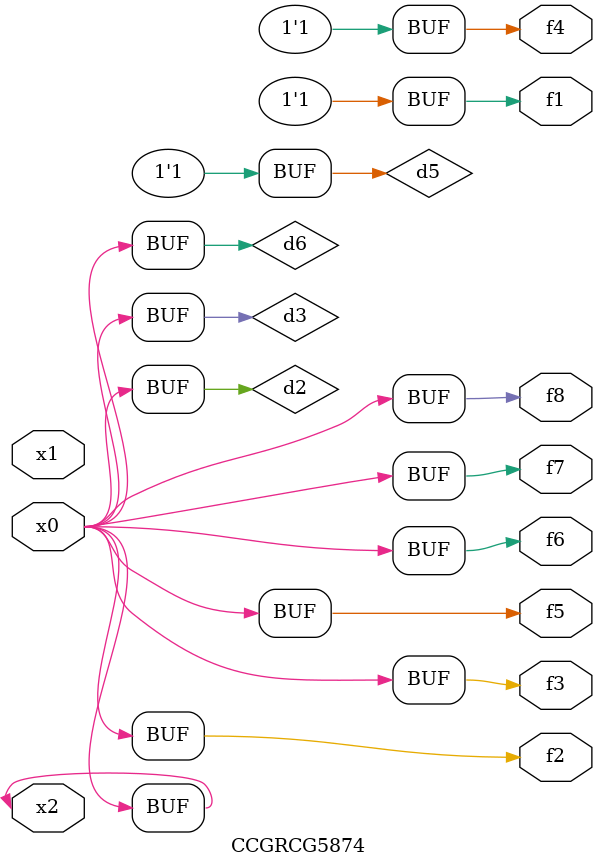
<source format=v>
module CCGRCG5874(
	input x0, x1, x2,
	output f1, f2, f3, f4, f5, f6, f7, f8
);

	wire d1, d2, d3, d4, d5, d6;

	xnor (d1, x2);
	buf (d2, x0, x2);
	and (d3, x0);
	xnor (d4, x1, x2);
	nand (d5, d1, d3);
	buf (d6, d2, d3);
	assign f1 = d5;
	assign f2 = d6;
	assign f3 = d6;
	assign f4 = d5;
	assign f5 = d6;
	assign f6 = d6;
	assign f7 = d6;
	assign f8 = d6;
endmodule

</source>
